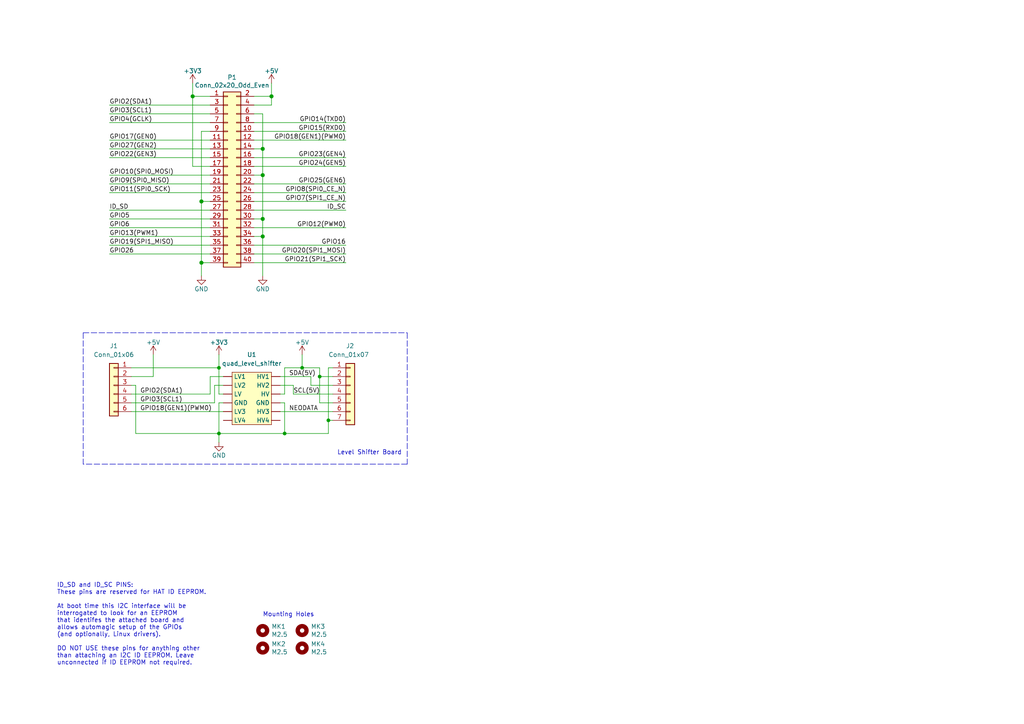
<source format=kicad_sch>
(kicad_sch (version 20211123) (generator eeschema)

  (uuid 9538e4ed-27e6-4c37-b989-9859dc0d49e8)

  (paper "A4")

  (title_block
    (date "15 nov 2012")
  )

  (lib_symbols
    (symbol "Connector_Generic:Conn_01x06" (pin_names (offset 1.016) hide) (in_bom yes) (on_board yes)
      (property "Reference" "J" (id 0) (at 0 7.62 0)
        (effects (font (size 1.27 1.27)))
      )
      (property "Value" "Conn_01x06" (id 1) (at 0 -10.16 0)
        (effects (font (size 1.27 1.27)))
      )
      (property "Footprint" "" (id 2) (at 0 0 0)
        (effects (font (size 1.27 1.27)) hide)
      )
      (property "Datasheet" "~" (id 3) (at 0 0 0)
        (effects (font (size 1.27 1.27)) hide)
      )
      (property "ki_keywords" "connector" (id 4) (at 0 0 0)
        (effects (font (size 1.27 1.27)) hide)
      )
      (property "ki_description" "Generic connector, single row, 01x06, script generated (kicad-library-utils/schlib/autogen/connector/)" (id 5) (at 0 0 0)
        (effects (font (size 1.27 1.27)) hide)
      )
      (property "ki_fp_filters" "Connector*:*_1x??_*" (id 6) (at 0 0 0)
        (effects (font (size 1.27 1.27)) hide)
      )
      (symbol "Conn_01x06_1_1"
        (rectangle (start -1.27 -7.493) (end 0 -7.747)
          (stroke (width 0.1524) (type default) (color 0 0 0 0))
          (fill (type none))
        )
        (rectangle (start -1.27 -4.953) (end 0 -5.207)
          (stroke (width 0.1524) (type default) (color 0 0 0 0))
          (fill (type none))
        )
        (rectangle (start -1.27 -2.413) (end 0 -2.667)
          (stroke (width 0.1524) (type default) (color 0 0 0 0))
          (fill (type none))
        )
        (rectangle (start -1.27 0.127) (end 0 -0.127)
          (stroke (width 0.1524) (type default) (color 0 0 0 0))
          (fill (type none))
        )
        (rectangle (start -1.27 2.667) (end 0 2.413)
          (stroke (width 0.1524) (type default) (color 0 0 0 0))
          (fill (type none))
        )
        (rectangle (start -1.27 5.207) (end 0 4.953)
          (stroke (width 0.1524) (type default) (color 0 0 0 0))
          (fill (type none))
        )
        (rectangle (start -1.27 6.35) (end 1.27 -8.89)
          (stroke (width 0.254) (type default) (color 0 0 0 0))
          (fill (type background))
        )
        (pin passive line (at -5.08 5.08 0) (length 3.81)
          (name "Pin_1" (effects (font (size 1.27 1.27))))
          (number "1" (effects (font (size 1.27 1.27))))
        )
        (pin passive line (at -5.08 2.54 0) (length 3.81)
          (name "Pin_2" (effects (font (size 1.27 1.27))))
          (number "2" (effects (font (size 1.27 1.27))))
        )
        (pin passive line (at -5.08 0 0) (length 3.81)
          (name "Pin_3" (effects (font (size 1.27 1.27))))
          (number "3" (effects (font (size 1.27 1.27))))
        )
        (pin passive line (at -5.08 -2.54 0) (length 3.81)
          (name "Pin_4" (effects (font (size 1.27 1.27))))
          (number "4" (effects (font (size 1.27 1.27))))
        )
        (pin passive line (at -5.08 -5.08 0) (length 3.81)
          (name "Pin_5" (effects (font (size 1.27 1.27))))
          (number "5" (effects (font (size 1.27 1.27))))
        )
        (pin passive line (at -5.08 -7.62 0) (length 3.81)
          (name "Pin_6" (effects (font (size 1.27 1.27))))
          (number "6" (effects (font (size 1.27 1.27))))
        )
      )
    )
    (symbol "Connector_Generic:Conn_01x07" (pin_names (offset 1.016) hide) (in_bom yes) (on_board yes)
      (property "Reference" "J" (id 0) (at 0 10.16 0)
        (effects (font (size 1.27 1.27)))
      )
      (property "Value" "Conn_01x07" (id 1) (at 0 -10.16 0)
        (effects (font (size 1.27 1.27)))
      )
      (property "Footprint" "" (id 2) (at 0 0 0)
        (effects (font (size 1.27 1.27)) hide)
      )
      (property "Datasheet" "~" (id 3) (at 0 0 0)
        (effects (font (size 1.27 1.27)) hide)
      )
      (property "ki_keywords" "connector" (id 4) (at 0 0 0)
        (effects (font (size 1.27 1.27)) hide)
      )
      (property "ki_description" "Generic connector, single row, 01x07, script generated (kicad-library-utils/schlib/autogen/connector/)" (id 5) (at 0 0 0)
        (effects (font (size 1.27 1.27)) hide)
      )
      (property "ki_fp_filters" "Connector*:*_1x??_*" (id 6) (at 0 0 0)
        (effects (font (size 1.27 1.27)) hide)
      )
      (symbol "Conn_01x07_1_1"
        (rectangle (start -1.27 -7.493) (end 0 -7.747)
          (stroke (width 0.1524) (type default) (color 0 0 0 0))
          (fill (type none))
        )
        (rectangle (start -1.27 -4.953) (end 0 -5.207)
          (stroke (width 0.1524) (type default) (color 0 0 0 0))
          (fill (type none))
        )
        (rectangle (start -1.27 -2.413) (end 0 -2.667)
          (stroke (width 0.1524) (type default) (color 0 0 0 0))
          (fill (type none))
        )
        (rectangle (start -1.27 0.127) (end 0 -0.127)
          (stroke (width 0.1524) (type default) (color 0 0 0 0))
          (fill (type none))
        )
        (rectangle (start -1.27 2.667) (end 0 2.413)
          (stroke (width 0.1524) (type default) (color 0 0 0 0))
          (fill (type none))
        )
        (rectangle (start -1.27 5.207) (end 0 4.953)
          (stroke (width 0.1524) (type default) (color 0 0 0 0))
          (fill (type none))
        )
        (rectangle (start -1.27 7.747) (end 0 7.493)
          (stroke (width 0.1524) (type default) (color 0 0 0 0))
          (fill (type none))
        )
        (rectangle (start -1.27 8.89) (end 1.27 -8.89)
          (stroke (width 0.254) (type default) (color 0 0 0 0))
          (fill (type background))
        )
        (pin passive line (at -5.08 7.62 0) (length 3.81)
          (name "Pin_1" (effects (font (size 1.27 1.27))))
          (number "1" (effects (font (size 1.27 1.27))))
        )
        (pin passive line (at -5.08 5.08 0) (length 3.81)
          (name "Pin_2" (effects (font (size 1.27 1.27))))
          (number "2" (effects (font (size 1.27 1.27))))
        )
        (pin passive line (at -5.08 2.54 0) (length 3.81)
          (name "Pin_3" (effects (font (size 1.27 1.27))))
          (number "3" (effects (font (size 1.27 1.27))))
        )
        (pin passive line (at -5.08 0 0) (length 3.81)
          (name "Pin_4" (effects (font (size 1.27 1.27))))
          (number "4" (effects (font (size 1.27 1.27))))
        )
        (pin passive line (at -5.08 -2.54 0) (length 3.81)
          (name "Pin_5" (effects (font (size 1.27 1.27))))
          (number "5" (effects (font (size 1.27 1.27))))
        )
        (pin passive line (at -5.08 -5.08 0) (length 3.81)
          (name "Pin_6" (effects (font (size 1.27 1.27))))
          (number "6" (effects (font (size 1.27 1.27))))
        )
        (pin passive line (at -5.08 -7.62 0) (length 3.81)
          (name "Pin_7" (effects (font (size 1.27 1.27))))
          (number "7" (effects (font (size 1.27 1.27))))
        )
      )
    )
    (symbol "Connector_Generic:Conn_02x20_Odd_Even" (pin_names (offset 1.016) hide) (in_bom yes) (on_board yes)
      (property "Reference" "J" (id 0) (at 1.27 25.4 0)
        (effects (font (size 1.27 1.27)))
      )
      (property "Value" "Conn_02x20_Odd_Even" (id 1) (at 1.27 -27.94 0)
        (effects (font (size 1.27 1.27)))
      )
      (property "Footprint" "" (id 2) (at 0 0 0)
        (effects (font (size 1.27 1.27)) hide)
      )
      (property "Datasheet" "~" (id 3) (at 0 0 0)
        (effects (font (size 1.27 1.27)) hide)
      )
      (property "ki_keywords" "connector" (id 4) (at 0 0 0)
        (effects (font (size 1.27 1.27)) hide)
      )
      (property "ki_description" "Generic connector, double row, 02x20, odd/even pin numbering scheme (row 1 odd numbers, row 2 even numbers), script generated (kicad-library-utils/schlib/autogen/connector/)" (id 5) (at 0 0 0)
        (effects (font (size 1.27 1.27)) hide)
      )
      (property "ki_fp_filters" "Connector*:*_2x??_*" (id 6) (at 0 0 0)
        (effects (font (size 1.27 1.27)) hide)
      )
      (symbol "Conn_02x20_Odd_Even_1_1"
        (rectangle (start -1.27 -25.273) (end 0 -25.527)
          (stroke (width 0.1524) (type default) (color 0 0 0 0))
          (fill (type none))
        )
        (rectangle (start -1.27 -22.733) (end 0 -22.987)
          (stroke (width 0.1524) (type default) (color 0 0 0 0))
          (fill (type none))
        )
        (rectangle (start -1.27 -20.193) (end 0 -20.447)
          (stroke (width 0.1524) (type default) (color 0 0 0 0))
          (fill (type none))
        )
        (rectangle (start -1.27 -17.653) (end 0 -17.907)
          (stroke (width 0.1524) (type default) (color 0 0 0 0))
          (fill (type none))
        )
        (rectangle (start -1.27 -15.113) (end 0 -15.367)
          (stroke (width 0.1524) (type default) (color 0 0 0 0))
          (fill (type none))
        )
        (rectangle (start -1.27 -12.573) (end 0 -12.827)
          (stroke (width 0.1524) (type default) (color 0 0 0 0))
          (fill (type none))
        )
        (rectangle (start -1.27 -10.033) (end 0 -10.287)
          (stroke (width 0.1524) (type default) (color 0 0 0 0))
          (fill (type none))
        )
        (rectangle (start -1.27 -7.493) (end 0 -7.747)
          (stroke (width 0.1524) (type default) (color 0 0 0 0))
          (fill (type none))
        )
        (rectangle (start -1.27 -4.953) (end 0 -5.207)
          (stroke (width 0.1524) (type default) (color 0 0 0 0))
          (fill (type none))
        )
        (rectangle (start -1.27 -2.413) (end 0 -2.667)
          (stroke (width 0.1524) (type default) (color 0 0 0 0))
          (fill (type none))
        )
        (rectangle (start -1.27 0.127) (end 0 -0.127)
          (stroke (width 0.1524) (type default) (color 0 0 0 0))
          (fill (type none))
        )
        (rectangle (start -1.27 2.667) (end 0 2.413)
          (stroke (width 0.1524) (type default) (color 0 0 0 0))
          (fill (type none))
        )
        (rectangle (start -1.27 5.207) (end 0 4.953)
          (stroke (width 0.1524) (type default) (color 0 0 0 0))
          (fill (type none))
        )
        (rectangle (start -1.27 7.747) (end 0 7.493)
          (stroke (width 0.1524) (type default) (color 0 0 0 0))
          (fill (type none))
        )
        (rectangle (start -1.27 10.287) (end 0 10.033)
          (stroke (width 0.1524) (type default) (color 0 0 0 0))
          (fill (type none))
        )
        (rectangle (start -1.27 12.827) (end 0 12.573)
          (stroke (width 0.1524) (type default) (color 0 0 0 0))
          (fill (type none))
        )
        (rectangle (start -1.27 15.367) (end 0 15.113)
          (stroke (width 0.1524) (type default) (color 0 0 0 0))
          (fill (type none))
        )
        (rectangle (start -1.27 17.907) (end 0 17.653)
          (stroke (width 0.1524) (type default) (color 0 0 0 0))
          (fill (type none))
        )
        (rectangle (start -1.27 20.447) (end 0 20.193)
          (stroke (width 0.1524) (type default) (color 0 0 0 0))
          (fill (type none))
        )
        (rectangle (start -1.27 22.987) (end 0 22.733)
          (stroke (width 0.1524) (type default) (color 0 0 0 0))
          (fill (type none))
        )
        (rectangle (start -1.27 24.13) (end 3.81 -26.67)
          (stroke (width 0.254) (type default) (color 0 0 0 0))
          (fill (type background))
        )
        (rectangle (start 3.81 -25.273) (end 2.54 -25.527)
          (stroke (width 0.1524) (type default) (color 0 0 0 0))
          (fill (type none))
        )
        (rectangle (start 3.81 -22.733) (end 2.54 -22.987)
          (stroke (width 0.1524) (type default) (color 0 0 0 0))
          (fill (type none))
        )
        (rectangle (start 3.81 -20.193) (end 2.54 -20.447)
          (stroke (width 0.1524) (type default) (color 0 0 0 0))
          (fill (type none))
        )
        (rectangle (start 3.81 -17.653) (end 2.54 -17.907)
          (stroke (width 0.1524) (type default) (color 0 0 0 0))
          (fill (type none))
        )
        (rectangle (start 3.81 -15.113) (end 2.54 -15.367)
          (stroke (width 0.1524) (type default) (color 0 0 0 0))
          (fill (type none))
        )
        (rectangle (start 3.81 -12.573) (end 2.54 -12.827)
          (stroke (width 0.1524) (type default) (color 0 0 0 0))
          (fill (type none))
        )
        (rectangle (start 3.81 -10.033) (end 2.54 -10.287)
          (stroke (width 0.1524) (type default) (color 0 0 0 0))
          (fill (type none))
        )
        (rectangle (start 3.81 -7.493) (end 2.54 -7.747)
          (stroke (width 0.1524) (type default) (color 0 0 0 0))
          (fill (type none))
        )
        (rectangle (start 3.81 -4.953) (end 2.54 -5.207)
          (stroke (width 0.1524) (type default) (color 0 0 0 0))
          (fill (type none))
        )
        (rectangle (start 3.81 -2.413) (end 2.54 -2.667)
          (stroke (width 0.1524) (type default) (color 0 0 0 0))
          (fill (type none))
        )
        (rectangle (start 3.81 0.127) (end 2.54 -0.127)
          (stroke (width 0.1524) (type default) (color 0 0 0 0))
          (fill (type none))
        )
        (rectangle (start 3.81 2.667) (end 2.54 2.413)
          (stroke (width 0.1524) (type default) (color 0 0 0 0))
          (fill (type none))
        )
        (rectangle (start 3.81 5.207) (end 2.54 4.953)
          (stroke (width 0.1524) (type default) (color 0 0 0 0))
          (fill (type none))
        )
        (rectangle (start 3.81 7.747) (end 2.54 7.493)
          (stroke (width 0.1524) (type default) (color 0 0 0 0))
          (fill (type none))
        )
        (rectangle (start 3.81 10.287) (end 2.54 10.033)
          (stroke (width 0.1524) (type default) (color 0 0 0 0))
          (fill (type none))
        )
        (rectangle (start 3.81 12.827) (end 2.54 12.573)
          (stroke (width 0.1524) (type default) (color 0 0 0 0))
          (fill (type none))
        )
        (rectangle (start 3.81 15.367) (end 2.54 15.113)
          (stroke (width 0.1524) (type default) (color 0 0 0 0))
          (fill (type none))
        )
        (rectangle (start 3.81 17.907) (end 2.54 17.653)
          (stroke (width 0.1524) (type default) (color 0 0 0 0))
          (fill (type none))
        )
        (rectangle (start 3.81 20.447) (end 2.54 20.193)
          (stroke (width 0.1524) (type default) (color 0 0 0 0))
          (fill (type none))
        )
        (rectangle (start 3.81 22.987) (end 2.54 22.733)
          (stroke (width 0.1524) (type default) (color 0 0 0 0))
          (fill (type none))
        )
        (pin passive line (at -5.08 22.86 0) (length 3.81)
          (name "Pin_1" (effects (font (size 1.27 1.27))))
          (number "1" (effects (font (size 1.27 1.27))))
        )
        (pin passive line (at 7.62 12.7 180) (length 3.81)
          (name "Pin_10" (effects (font (size 1.27 1.27))))
          (number "10" (effects (font (size 1.27 1.27))))
        )
        (pin passive line (at -5.08 10.16 0) (length 3.81)
          (name "Pin_11" (effects (font (size 1.27 1.27))))
          (number "11" (effects (font (size 1.27 1.27))))
        )
        (pin passive line (at 7.62 10.16 180) (length 3.81)
          (name "Pin_12" (effects (font (size 1.27 1.27))))
          (number "12" (effects (font (size 1.27 1.27))))
        )
        (pin passive line (at -5.08 7.62 0) (length 3.81)
          (name "Pin_13" (effects (font (size 1.27 1.27))))
          (number "13" (effects (font (size 1.27 1.27))))
        )
        (pin passive line (at 7.62 7.62 180) (length 3.81)
          (name "Pin_14" (effects (font (size 1.27 1.27))))
          (number "14" (effects (font (size 1.27 1.27))))
        )
        (pin passive line (at -5.08 5.08 0) (length 3.81)
          (name "Pin_15" (effects (font (size 1.27 1.27))))
          (number "15" (effects (font (size 1.27 1.27))))
        )
        (pin passive line (at 7.62 5.08 180) (length 3.81)
          (name "Pin_16" (effects (font (size 1.27 1.27))))
          (number "16" (effects (font (size 1.27 1.27))))
        )
        (pin passive line (at -5.08 2.54 0) (length 3.81)
          (name "Pin_17" (effects (font (size 1.27 1.27))))
          (number "17" (effects (font (size 1.27 1.27))))
        )
        (pin passive line (at 7.62 2.54 180) (length 3.81)
          (name "Pin_18" (effects (font (size 1.27 1.27))))
          (number "18" (effects (font (size 1.27 1.27))))
        )
        (pin passive line (at -5.08 0 0) (length 3.81)
          (name "Pin_19" (effects (font (size 1.27 1.27))))
          (number "19" (effects (font (size 1.27 1.27))))
        )
        (pin passive line (at 7.62 22.86 180) (length 3.81)
          (name "Pin_2" (effects (font (size 1.27 1.27))))
          (number "2" (effects (font (size 1.27 1.27))))
        )
        (pin passive line (at 7.62 0 180) (length 3.81)
          (name "Pin_20" (effects (font (size 1.27 1.27))))
          (number "20" (effects (font (size 1.27 1.27))))
        )
        (pin passive line (at -5.08 -2.54 0) (length 3.81)
          (name "Pin_21" (effects (font (size 1.27 1.27))))
          (number "21" (effects (font (size 1.27 1.27))))
        )
        (pin passive line (at 7.62 -2.54 180) (length 3.81)
          (name "Pin_22" (effects (font (size 1.27 1.27))))
          (number "22" (effects (font (size 1.27 1.27))))
        )
        (pin passive line (at -5.08 -5.08 0) (length 3.81)
          (name "Pin_23" (effects (font (size 1.27 1.27))))
          (number "23" (effects (font (size 1.27 1.27))))
        )
        (pin passive line (at 7.62 -5.08 180) (length 3.81)
          (name "Pin_24" (effects (font (size 1.27 1.27))))
          (number "24" (effects (font (size 1.27 1.27))))
        )
        (pin passive line (at -5.08 -7.62 0) (length 3.81)
          (name "Pin_25" (effects (font (size 1.27 1.27))))
          (number "25" (effects (font (size 1.27 1.27))))
        )
        (pin passive line (at 7.62 -7.62 180) (length 3.81)
          (name "Pin_26" (effects (font (size 1.27 1.27))))
          (number "26" (effects (font (size 1.27 1.27))))
        )
        (pin passive line (at -5.08 -10.16 0) (length 3.81)
          (name "Pin_27" (effects (font (size 1.27 1.27))))
          (number "27" (effects (font (size 1.27 1.27))))
        )
        (pin passive line (at 7.62 -10.16 180) (length 3.81)
          (name "Pin_28" (effects (font (size 1.27 1.27))))
          (number "28" (effects (font (size 1.27 1.27))))
        )
        (pin passive line (at -5.08 -12.7 0) (length 3.81)
          (name "Pin_29" (effects (font (size 1.27 1.27))))
          (number "29" (effects (font (size 1.27 1.27))))
        )
        (pin passive line (at -5.08 20.32 0) (length 3.81)
          (name "Pin_3" (effects (font (size 1.27 1.27))))
          (number "3" (effects (font (size 1.27 1.27))))
        )
        (pin passive line (at 7.62 -12.7 180) (length 3.81)
          (name "Pin_30" (effects (font (size 1.27 1.27))))
          (number "30" (effects (font (size 1.27 1.27))))
        )
        (pin passive line (at -5.08 -15.24 0) (length 3.81)
          (name "Pin_31" (effects (font (size 1.27 1.27))))
          (number "31" (effects (font (size 1.27 1.27))))
        )
        (pin passive line (at 7.62 -15.24 180) (length 3.81)
          (name "Pin_32" (effects (font (size 1.27 1.27))))
          (number "32" (effects (font (size 1.27 1.27))))
        )
        (pin passive line (at -5.08 -17.78 0) (length 3.81)
          (name "Pin_33" (effects (font (size 1.27 1.27))))
          (number "33" (effects (font (size 1.27 1.27))))
        )
        (pin passive line (at 7.62 -17.78 180) (length 3.81)
          (name "Pin_34" (effects (font (size 1.27 1.27))))
          (number "34" (effects (font (size 1.27 1.27))))
        )
        (pin passive line (at -5.08 -20.32 0) (length 3.81)
          (name "Pin_35" (effects (font (size 1.27 1.27))))
          (number "35" (effects (font (size 1.27 1.27))))
        )
        (pin passive line (at 7.62 -20.32 180) (length 3.81)
          (name "Pin_36" (effects (font (size 1.27 1.27))))
          (number "36" (effects (font (size 1.27 1.27))))
        )
        (pin passive line (at -5.08 -22.86 0) (length 3.81)
          (name "Pin_37" (effects (font (size 1.27 1.27))))
          (number "37" (effects (font (size 1.27 1.27))))
        )
        (pin passive line (at 7.62 -22.86 180) (length 3.81)
          (name "Pin_38" (effects (font (size 1.27 1.27))))
          (number "38" (effects (font (size 1.27 1.27))))
        )
        (pin passive line (at -5.08 -25.4 0) (length 3.81)
          (name "Pin_39" (effects (font (size 1.27 1.27))))
          (number "39" (effects (font (size 1.27 1.27))))
        )
        (pin passive line (at 7.62 20.32 180) (length 3.81)
          (name "Pin_4" (effects (font (size 1.27 1.27))))
          (number "4" (effects (font (size 1.27 1.27))))
        )
        (pin passive line (at 7.62 -25.4 180) (length 3.81)
          (name "Pin_40" (effects (font (size 1.27 1.27))))
          (number "40" (effects (font (size 1.27 1.27))))
        )
        (pin passive line (at -5.08 17.78 0) (length 3.81)
          (name "Pin_5" (effects (font (size 1.27 1.27))))
          (number "5" (effects (font (size 1.27 1.27))))
        )
        (pin passive line (at 7.62 17.78 180) (length 3.81)
          (name "Pin_6" (effects (font (size 1.27 1.27))))
          (number "6" (effects (font (size 1.27 1.27))))
        )
        (pin passive line (at -5.08 15.24 0) (length 3.81)
          (name "Pin_7" (effects (font (size 1.27 1.27))))
          (number "7" (effects (font (size 1.27 1.27))))
        )
        (pin passive line (at 7.62 15.24 180) (length 3.81)
          (name "Pin_8" (effects (font (size 1.27 1.27))))
          (number "8" (effects (font (size 1.27 1.27))))
        )
        (pin passive line (at -5.08 12.7 0) (length 3.81)
          (name "Pin_9" (effects (font (size 1.27 1.27))))
          (number "9" (effects (font (size 1.27 1.27))))
        )
      )
    )
    (symbol "Mechanical:MountingHole" (pin_names (offset 1.016)) (in_bom yes) (on_board yes)
      (property "Reference" "H" (id 0) (at 0 5.08 0)
        (effects (font (size 1.27 1.27)))
      )
      (property "Value" "MountingHole" (id 1) (at 0 3.175 0)
        (effects (font (size 1.27 1.27)))
      )
      (property "Footprint" "" (id 2) (at 0 0 0)
        (effects (font (size 1.27 1.27)) hide)
      )
      (property "Datasheet" "~" (id 3) (at 0 0 0)
        (effects (font (size 1.27 1.27)) hide)
      )
      (property "ki_keywords" "mounting hole" (id 4) (at 0 0 0)
        (effects (font (size 1.27 1.27)) hide)
      )
      (property "ki_description" "Mounting Hole without connection" (id 5) (at 0 0 0)
        (effects (font (size 1.27 1.27)) hide)
      )
      (property "ki_fp_filters" "MountingHole*" (id 6) (at 0 0 0)
        (effects (font (size 1.27 1.27)) hide)
      )
      (symbol "MountingHole_0_1"
        (circle (center 0 0) (radius 1.27)
          (stroke (width 1.27) (type default) (color 0 0 0 0))
          (fill (type none))
        )
      )
    )
    (symbol "custom_components:quad_level_shifter" (in_bom yes) (on_board yes)
      (property "Reference" "U" (id 0) (at 5.08 -1.27 0)
        (effects (font (size 1.27 1.27)))
      )
      (property "Value" "quad_level_shifter" (id 1) (at 6.35 16.51 0)
        (effects (font (size 1.27 1.27)))
      )
      (property "Footprint" "" (id 2) (at 2.54 16.51 0)
        (effects (font (size 1.27 1.27)) hide)
      )
      (property "Datasheet" "" (id 3) (at 2.54 16.51 0)
        (effects (font (size 1.27 1.27)) hide)
      )
      (symbol "quad_level_shifter_0_1"
        (rectangle (start 0 15.24) (end 11.43 0)
          (stroke (width 0) (type default) (color 0 0 0 0))
          (fill (type background))
        )
      )
      (symbol "quad_level_shifter_1_1"
        (pin power_in line (at -2.54 6.35 0) (length 2.54)
          (name "GND" (effects (font (size 1.27 1.27))))
          (number "" (effects (font (size 1.27 1.27))))
        )
        (pin power_in line (at 13.97 6.35 180) (length 2.54)
          (name "GND" (effects (font (size 1.27 1.27))))
          (number "" (effects (font (size 1.27 1.27))))
        )
        (pin power_in line (at 13.97 8.89 180) (length 2.54)
          (name "HV" (effects (font (size 1.27 1.27))))
          (number "" (effects (font (size 1.27 1.27))))
        )
        (pin bidirectional line (at 13.97 13.97 180) (length 2.54)
          (name "HV1" (effects (font (size 1.27 1.27))))
          (number "" (effects (font (size 1.27 1.27))))
        )
        (pin bidirectional line (at 13.97 11.43 180) (length 2.54)
          (name "HV2" (effects (font (size 1.27 1.27))))
          (number "" (effects (font (size 1.27 1.27))))
        )
        (pin bidirectional line (at 13.97 3.81 180) (length 2.54)
          (name "HV3" (effects (font (size 1.27 1.27))))
          (number "" (effects (font (size 1.27 1.27))))
        )
        (pin bidirectional line (at 13.97 1.27 180) (length 2.54)
          (name "HV4" (effects (font (size 1.27 1.27))))
          (number "" (effects (font (size 1.27 1.27))))
        )
        (pin power_in line (at -2.54 8.89 0) (length 2.54)
          (name "LV" (effects (font (size 1.27 1.27))))
          (number "" (effects (font (size 1.27 1.27))))
        )
        (pin bidirectional line (at -2.54 13.97 0) (length 2.54)
          (name "LV1" (effects (font (size 1.27 1.27))))
          (number "" (effects (font (size 1.27 1.27))))
        )
        (pin bidirectional line (at -2.54 11.43 0) (length 2.54)
          (name "LV2" (effects (font (size 1.27 1.27))))
          (number "" (effects (font (size 1.27 1.27))))
        )
        (pin bidirectional line (at -2.54 3.81 0) (length 2.54)
          (name "LV3" (effects (font (size 1.27 1.27))))
          (number "" (effects (font (size 1.27 1.27))))
        )
        (pin bidirectional line (at -2.54 1.27 0) (length 2.54)
          (name "LV4" (effects (font (size 1.27 1.27))))
          (number "" (effects (font (size 1.27 1.27))))
        )
      )
    )
    (symbol "power:+3.3V" (power) (pin_names (offset 0)) (in_bom yes) (on_board yes)
      (property "Reference" "#PWR" (id 0) (at 0 -3.81 0)
        (effects (font (size 1.27 1.27)) hide)
      )
      (property "Value" "+3.3V" (id 1) (at 0 3.556 0)
        (effects (font (size 1.27 1.27)))
      )
      (property "Footprint" "" (id 2) (at 0 0 0)
        (effects (font (size 1.27 1.27)) hide)
      )
      (property "Datasheet" "" (id 3) (at 0 0 0)
        (effects (font (size 1.27 1.27)) hide)
      )
      (property "ki_keywords" "power-flag" (id 4) (at 0 0 0)
        (effects (font (size 1.27 1.27)) hide)
      )
      (property "ki_description" "Power symbol creates a global label with name \"+3.3V\"" (id 5) (at 0 0 0)
        (effects (font (size 1.27 1.27)) hide)
      )
      (symbol "+3.3V_0_1"
        (polyline
          (pts
            (xy -0.762 1.27)
            (xy 0 2.54)
          )
          (stroke (width 0) (type default) (color 0 0 0 0))
          (fill (type none))
        )
        (polyline
          (pts
            (xy 0 0)
            (xy 0 2.54)
          )
          (stroke (width 0) (type default) (color 0 0 0 0))
          (fill (type none))
        )
        (polyline
          (pts
            (xy 0 2.54)
            (xy 0.762 1.27)
          )
          (stroke (width 0) (type default) (color 0 0 0 0))
          (fill (type none))
        )
      )
      (symbol "+3.3V_1_1"
        (pin power_in line (at 0 0 90) (length 0) hide
          (name "+3V3" (effects (font (size 1.27 1.27))))
          (number "1" (effects (font (size 1.27 1.27))))
        )
      )
    )
    (symbol "power:+5V" (power) (pin_names (offset 0)) (in_bom yes) (on_board yes)
      (property "Reference" "#PWR" (id 0) (at 0 -3.81 0)
        (effects (font (size 1.27 1.27)) hide)
      )
      (property "Value" "+5V" (id 1) (at 0 3.556 0)
        (effects (font (size 1.27 1.27)))
      )
      (property "Footprint" "" (id 2) (at 0 0 0)
        (effects (font (size 1.27 1.27)) hide)
      )
      (property "Datasheet" "" (id 3) (at 0 0 0)
        (effects (font (size 1.27 1.27)) hide)
      )
      (property "ki_keywords" "power-flag" (id 4) (at 0 0 0)
        (effects (font (size 1.27 1.27)) hide)
      )
      (property "ki_description" "Power symbol creates a global label with name \"+5V\"" (id 5) (at 0 0 0)
        (effects (font (size 1.27 1.27)) hide)
      )
      (symbol "+5V_0_1"
        (polyline
          (pts
            (xy -0.762 1.27)
            (xy 0 2.54)
          )
          (stroke (width 0) (type default) (color 0 0 0 0))
          (fill (type none))
        )
        (polyline
          (pts
            (xy 0 0)
            (xy 0 2.54)
          )
          (stroke (width 0) (type default) (color 0 0 0 0))
          (fill (type none))
        )
        (polyline
          (pts
            (xy 0 2.54)
            (xy 0.762 1.27)
          )
          (stroke (width 0) (type default) (color 0 0 0 0))
          (fill (type none))
        )
      )
      (symbol "+5V_1_1"
        (pin power_in line (at 0 0 90) (length 0) hide
          (name "+5V" (effects (font (size 1.27 1.27))))
          (number "1" (effects (font (size 1.27 1.27))))
        )
      )
    )
    (symbol "power:GND" (power) (pin_names (offset 0)) (in_bom yes) (on_board yes)
      (property "Reference" "#PWR" (id 0) (at 0 -6.35 0)
        (effects (font (size 1.27 1.27)) hide)
      )
      (property "Value" "GND" (id 1) (at 0 -3.81 0)
        (effects (font (size 1.27 1.27)))
      )
      (property "Footprint" "" (id 2) (at 0 0 0)
        (effects (font (size 1.27 1.27)) hide)
      )
      (property "Datasheet" "" (id 3) (at 0 0 0)
        (effects (font (size 1.27 1.27)) hide)
      )
      (property "ki_keywords" "power-flag" (id 4) (at 0 0 0)
        (effects (font (size 1.27 1.27)) hide)
      )
      (property "ki_description" "Power symbol creates a global label with name \"GND\" , ground" (id 5) (at 0 0 0)
        (effects (font (size 1.27 1.27)) hide)
      )
      (symbol "GND_0_1"
        (polyline
          (pts
            (xy 0 0)
            (xy 0 -1.27)
            (xy 1.27 -1.27)
            (xy 0 -2.54)
            (xy -1.27 -1.27)
            (xy 0 -1.27)
          )
          (stroke (width 0) (type default) (color 0 0 0 0))
          (fill (type none))
        )
      )
      (symbol "GND_1_1"
        (pin power_in line (at 0 0 270) (length 0) hide
          (name "GND" (effects (font (size 1.27 1.27))))
          (number "1" (effects (font (size 1.27 1.27))))
        )
      )
    )
  )

  (junction (at 82.55 125.73) (diameter 0) (color 0 0 0 0)
    (uuid 0a7d1e19-404e-45ff-b239-025b3086c6ed)
  )
  (junction (at 76.2 50.8) (diameter 1.016) (color 0 0 0 0)
    (uuid 13abf99d-5265-4779-8973-e94370fd18ff)
  )
  (junction (at 58.42 76.2) (diameter 1.016) (color 0 0 0 0)
    (uuid 32667662-ae86-4904-b198-3e95f11851bf)
  )
  (junction (at 55.88 27.94) (diameter 1.016) (color 0 0 0 0)
    (uuid 3dcc657b-55a1-48e0-9667-e01e7b6b08b5)
  )
  (junction (at 78.74 27.94) (diameter 1.016) (color 0 0 0 0)
    (uuid 46918595-4a45-48e8-84c0-961b4db7f35f)
  )
  (junction (at 58.42 58.42) (diameter 1.016) (color 0 0 0 0)
    (uuid 67f6e996-3c99-493c-8f6f-e739e2ed5d7a)
  )
  (junction (at 87.63 106.68) (diameter 0) (color 0 0 0 0)
    (uuid 6f8fa528-3024-468f-aa76-f56ae7825476)
  )
  (junction (at 95.25 121.92) (diameter 0) (color 0 0 0 0)
    (uuid 82b086ac-f898-4a1e-94e8-84b1c108a0f5)
  )
  (junction (at 63.5 106.68) (diameter 0) (color 0 0 0 0)
    (uuid 93f0180c-5571-48d1-bfeb-602e5c4078dd)
  )
  (junction (at 92.71 109.22) (diameter 0) (color 0 0 0 0)
    (uuid 9f01fc62-5929-480d-affc-4726ba245864)
  )
  (junction (at 76.2 43.18) (diameter 1.016) (color 0 0 0 0)
    (uuid a05d7640-f2f6-4ba7-8c51-5a4af431fc13)
  )
  (junction (at 76.2 63.5) (diameter 1.016) (color 0 0 0 0)
    (uuid a7520ad3-0f8b-4788-92d4-8ffb277041e6)
  )
  (junction (at 76.2 68.58) (diameter 1.016) (color 0 0 0 0)
    (uuid a795f1ba-cdd5-4cc5-9a52-08586e982934)
  )
  (junction (at 63.5 125.73) (diameter 0) (color 0 0 0 0)
    (uuid bd327386-892e-435a-95cf-038950ce77d2)
  )

  (wire (pts (xy 92.71 109.22) (xy 92.71 116.84))
    (stroke (width 0) (type default) (color 0 0 0 0))
    (uuid 01eb51b8-18dc-4532-ad60-8783aa9476b2)
  )
  (wire (pts (xy 60.96 114.3) (xy 60.96 109.22))
    (stroke (width 0) (type default) (color 0 0 0 0))
    (uuid 094d1042-d8bc-47ce-a5f6-38be9dd68a86)
  )
  (wire (pts (xy 92.71 109.22) (xy 92.71 106.68))
    (stroke (width 0) (type default) (color 0 0 0 0))
    (uuid 09d7acd4-d7a7-48ee-8827-ba4794e83c5e)
  )
  (wire (pts (xy 55.88 27.94) (xy 60.96 27.94))
    (stroke (width 0) (type solid) (color 0 0 0 0))
    (uuid 0cc9255d-c831-4d62-ac1a-4fa9fe449d56)
  )
  (wire (pts (xy 73.66 71.12) (xy 100.33 71.12))
    (stroke (width 0) (type solid) (color 0 0 0 0))
    (uuid 11a31309-9db5-4a72-b1fa-4a6460640dd2)
  )
  (wire (pts (xy 82.55 116.84) (xy 82.55 125.73))
    (stroke (width 0) (type default) (color 0 0 0 0))
    (uuid 1352ccdb-a311-4ecf-b61f-892130894e91)
  )
  (wire (pts (xy 78.74 27.94) (xy 78.74 30.48))
    (stroke (width 0) (type solid) (color 0 0 0 0))
    (uuid 139706b3-6b1b-481c-9e5b-0a36eebd4638)
  )
  (wire (pts (xy 90.17 109.22) (xy 90.17 111.76))
    (stroke (width 0) (type default) (color 0 0 0 0))
    (uuid 157f6d21-6c4c-420d-843b-70b793547a31)
  )
  (wire (pts (xy 81.28 116.84) (xy 82.55 116.84))
    (stroke (width 0) (type default) (color 0 0 0 0))
    (uuid 22e7bee0-955f-4d96-9f51-bdb661abbf3b)
  )
  (wire (pts (xy 76.2 43.18) (xy 76.2 50.8))
    (stroke (width 0) (type solid) (color 0 0 0 0))
    (uuid 23341db3-04b3-4f95-961c-afb905f7fdf5)
  )
  (wire (pts (xy 73.66 35.56) (xy 100.33 35.56))
    (stroke (width 0) (type solid) (color 0 0 0 0))
    (uuid 26cf68b6-1950-4dac-8733-1125b73cc3a0)
  )
  (wire (pts (xy 62.23 111.76) (xy 64.77 111.76))
    (stroke (width 0) (type default) (color 0 0 0 0))
    (uuid 290f700f-654f-43ff-b143-e4b891bb7670)
  )
  (wire (pts (xy 90.17 111.76) (xy 96.52 111.76))
    (stroke (width 0) (type default) (color 0 0 0 0))
    (uuid 2a1db25f-5fca-442f-bfa6-8adbf53b736d)
  )
  (wire (pts (xy 63.5 106.68) (xy 63.5 114.3))
    (stroke (width 0) (type default) (color 0 0 0 0))
    (uuid 2c5c9f32-3cb1-4dd4-87e6-79cb7efc126b)
  )
  (wire (pts (xy 81.28 109.22) (xy 90.17 109.22))
    (stroke (width 0) (type default) (color 0 0 0 0))
    (uuid 347ae521-ed5b-4ac6-919e-827083f07282)
  )
  (wire (pts (xy 63.5 116.84) (xy 63.5 125.73))
    (stroke (width 0) (type default) (color 0 0 0 0))
    (uuid 35e4d54b-3988-4b44-a8ba-6721be31e01c)
  )
  (wire (pts (xy 63.5 125.73) (xy 82.55 125.73))
    (stroke (width 0) (type default) (color 0 0 0 0))
    (uuid 36cb5f84-b6c7-4012-9c4e-0ec908095091)
  )
  (wire (pts (xy 38.1 114.3) (xy 60.96 114.3))
    (stroke (width 0) (type default) (color 0 0 0 0))
    (uuid 3aaea0f0-e693-452b-9bb4-f0eb3e1da134)
  )
  (wire (pts (xy 76.2 33.02) (xy 73.66 33.02))
    (stroke (width 0) (type solid) (color 0 0 0 0))
    (uuid 3ca1dc48-be67-4af7-b0bc-e9e14080a414)
  )
  (wire (pts (xy 73.66 66.04) (xy 100.33 66.04))
    (stroke (width 0) (type solid) (color 0 0 0 0))
    (uuid 3d4e2a81-b092-4384-8945-4f0261b12e7f)
  )
  (wire (pts (xy 31.75 53.34) (xy 60.96 53.34))
    (stroke (width 0) (type solid) (color 0 0 0 0))
    (uuid 3e55eb01-6998-4a7a-bca7-39ec6597e940)
  )
  (wire (pts (xy 60.96 60.96) (xy 31.75 60.96))
    (stroke (width 0) (type solid) (color 0 0 0 0))
    (uuid 45b7fbcb-9100-4d22-9148-fd1a4d18638c)
  )
  (wire (pts (xy 85.09 114.3) (xy 96.52 114.3))
    (stroke (width 0) (type default) (color 0 0 0 0))
    (uuid 4844cf56-b522-47f8-ac43-aa2fb5cfd300)
  )
  (wire (pts (xy 76.2 43.18) (xy 73.66 43.18))
    (stroke (width 0) (type solid) (color 0 0 0 0))
    (uuid 4894ab9f-9341-4e79-8cf5-dc44275ebfbe)
  )
  (wire (pts (xy 55.88 27.94) (xy 55.88 48.26))
    (stroke (width 0) (type solid) (color 0 0 0 0))
    (uuid 4d3b2039-0b3c-4d90-aea3-8898ccb88614)
  )
  (wire (pts (xy 31.75 63.5) (xy 60.96 63.5))
    (stroke (width 0) (type solid) (color 0 0 0 0))
    (uuid 4e3caed2-e2c1-4f46-80d2-d6d8ef6db168)
  )
  (wire (pts (xy 81.28 119.38) (xy 96.52 119.38))
    (stroke (width 0) (type default) (color 0 0 0 0))
    (uuid 513ab091-f15f-485c-8b7b-bd58f3597ef3)
  )
  (wire (pts (xy 82.55 106.68) (xy 87.63 106.68))
    (stroke (width 0) (type default) (color 0 0 0 0))
    (uuid 52f8512f-0c4d-43d8-94c3-03c90a7a862d)
  )
  (wire (pts (xy 58.42 38.1) (xy 60.96 38.1))
    (stroke (width 0) (type solid) (color 0 0 0 0))
    (uuid 551d4491-6363-4979-b643-161d25dd9fc6)
  )
  (wire (pts (xy 87.63 106.68) (xy 92.71 106.68))
    (stroke (width 0) (type default) (color 0 0 0 0))
    (uuid 57463416-4988-401c-ab81-b4c21202f384)
  )
  (wire (pts (xy 76.2 50.8) (xy 73.66 50.8))
    (stroke (width 0) (type solid) (color 0 0 0 0))
    (uuid 5761e7d8-958d-4706-839c-7d949202759a)
  )
  (wire (pts (xy 60.96 30.48) (xy 31.75 30.48))
    (stroke (width 0) (type solid) (color 0 0 0 0))
    (uuid 5a937e36-21ab-4a20-becf-4c1db11decf0)
  )
  (wire (pts (xy 73.66 76.2) (xy 100.33 76.2))
    (stroke (width 0) (type solid) (color 0 0 0 0))
    (uuid 5b5ced6b-4a3b-458f-a3f8-7e68b9f3230c)
  )
  (wire (pts (xy 95.25 121.92) (xy 95.25 125.73))
    (stroke (width 0) (type default) (color 0 0 0 0))
    (uuid 5bb011ed-07cd-467a-8845-0257d2b39a77)
  )
  (wire (pts (xy 95.25 106.68) (xy 96.52 106.68))
    (stroke (width 0) (type default) (color 0 0 0 0))
    (uuid 61b46130-1d66-4fe0-a98a-c8040a86e06f)
  )
  (wire (pts (xy 31.75 71.12) (xy 60.96 71.12))
    (stroke (width 0) (type solid) (color 0 0 0 0))
    (uuid 62966e6e-cc26-42e5-9093-3c28f56287fb)
  )
  (wire (pts (xy 31.75 45.72) (xy 60.96 45.72))
    (stroke (width 0) (type solid) (color 0 0 0 0))
    (uuid 649b85bd-461d-4d20-914c-9863fd6351ea)
  )
  (wire (pts (xy 96.52 109.22) (xy 92.71 109.22))
    (stroke (width 0) (type default) (color 0 0 0 0))
    (uuid 69744940-285f-478f-90d0-de584fef7d27)
  )
  (polyline (pts (xy 118.11 96.52) (xy 118.11 134.62))
    (stroke (width 0) (type default) (color 0 0 0 0))
    (uuid 6bf56b44-e70f-4e7f-8b04-e0f16b140452)
  )

  (wire (pts (xy 73.66 58.42) (xy 100.33 58.42))
    (stroke (width 0) (type solid) (color 0 0 0 0))
    (uuid 6c863720-71ff-4373-a561-bc5c50936322)
  )
  (wire (pts (xy 31.75 73.66) (xy 60.96 73.66))
    (stroke (width 0) (type solid) (color 0 0 0 0))
    (uuid 6cab10ea-78e3-4cb0-be9a-a03513db9c7c)
  )
  (wire (pts (xy 82.55 114.3) (xy 82.55 106.68))
    (stroke (width 0) (type default) (color 0 0 0 0))
    (uuid 6d2896a4-2905-466a-a60b-73d836477a57)
  )
  (wire (pts (xy 39.37 125.73) (xy 63.5 125.73))
    (stroke (width 0) (type default) (color 0 0 0 0))
    (uuid 6dc3f987-4143-4ee6-ba8d-22422b2145b1)
  )
  (wire (pts (xy 44.45 109.22) (xy 44.45 102.87))
    (stroke (width 0) (type default) (color 0 0 0 0))
    (uuid 6e448af3-38ea-4fe3-bbed-bb9550016b80)
  )
  (wire (pts (xy 38.1 109.22) (xy 44.45 109.22))
    (stroke (width 0) (type default) (color 0 0 0 0))
    (uuid 70144078-0080-4459-845c-455e92cc46a4)
  )
  (wire (pts (xy 73.66 48.26) (xy 100.33 48.26))
    (stroke (width 0) (type solid) (color 0 0 0 0))
    (uuid 7a1553ce-5e87-4bf4-bb96-e12216e109b0)
  )
  (wire (pts (xy 55.88 48.26) (xy 60.96 48.26))
    (stroke (width 0) (type solid) (color 0 0 0 0))
    (uuid 7b1df612-a3f1-47ea-8764-b235a536ca35)
  )
  (wire (pts (xy 38.1 111.76) (xy 39.37 111.76))
    (stroke (width 0) (type default) (color 0 0 0 0))
    (uuid 7d3b133f-2754-4452-995d-27190b8d5b7b)
  )
  (wire (pts (xy 60.96 50.8) (xy 31.75 50.8))
    (stroke (width 0) (type solid) (color 0 0 0 0))
    (uuid 7e32f888-5af9-4450-bd88-a4180a36e7c1)
  )
  (wire (pts (xy 31.75 33.02) (xy 60.96 33.02))
    (stroke (width 0) (type solid) (color 0 0 0 0))
    (uuid 7eb7e1e8-9c37-4468-bfd8-30d16c9b3228)
  )
  (wire (pts (xy 76.2 63.5) (xy 76.2 68.58))
    (stroke (width 0) (type solid) (color 0 0 0 0))
    (uuid 7fb220a5-0bbe-426c-b803-abcd54a2a28e)
  )
  (wire (pts (xy 58.42 58.42) (xy 58.42 76.2))
    (stroke (width 0) (type solid) (color 0 0 0 0))
    (uuid 81433866-b60c-424d-950e-441562415a2b)
  )
  (wire (pts (xy 78.74 27.94) (xy 73.66 27.94))
    (stroke (width 0) (type solid) (color 0 0 0 0))
    (uuid 852a9042-38a6-40e9-81ea-6569141a46c5)
  )
  (polyline (pts (xy 24.13 96.52) (xy 118.11 96.52))
    (stroke (width 0) (type default) (color 0 0 0 0))
    (uuid 87e2eefb-c0d9-4dbd-be80-95dbe6342729)
  )

  (wire (pts (xy 78.74 30.48) (xy 73.66 30.48))
    (stroke (width 0) (type solid) (color 0 0 0 0))
    (uuid 8b39eb6e-54a4-4b14-9fa0-61bf28fe605c)
  )
  (wire (pts (xy 63.5 128.27) (xy 63.5 125.73))
    (stroke (width 0) (type default) (color 0 0 0 0))
    (uuid 8c8fb10e-fdb5-4c4b-a4ae-b8ad2f170dce)
  )
  (wire (pts (xy 58.42 76.2) (xy 60.96 76.2))
    (stroke (width 0) (type solid) (color 0 0 0 0))
    (uuid 8eeb3a98-9e16-4905-b9f7-09771cf3476b)
  )
  (wire (pts (xy 58.42 38.1) (xy 58.42 58.42))
    (stroke (width 0) (type solid) (color 0 0 0 0))
    (uuid 9432dd00-ef5f-43ff-bd02-cd3de51abb97)
  )
  (wire (pts (xy 85.09 111.76) (xy 85.09 114.3))
    (stroke (width 0) (type default) (color 0 0 0 0))
    (uuid 946db961-00e0-425e-afec-7087d5fe708e)
  )
  (wire (pts (xy 92.71 116.84) (xy 96.52 116.84))
    (stroke (width 0) (type default) (color 0 0 0 0))
    (uuid 962102f2-5ee6-4597-86b4-edfb38bb928b)
  )
  (wire (pts (xy 73.66 53.34) (xy 100.33 53.34))
    (stroke (width 0) (type solid) (color 0 0 0 0))
    (uuid 971c6844-9c9e-4f0e-aabb-dcdc5c9a8240)
  )
  (wire (pts (xy 64.77 114.3) (xy 63.5 114.3))
    (stroke (width 0) (type default) (color 0 0 0 0))
    (uuid 98711f20-d814-4c4c-8c4b-111624981e93)
  )
  (wire (pts (xy 76.2 33.02) (xy 76.2 43.18))
    (stroke (width 0) (type solid) (color 0 0 0 0))
    (uuid a57b00e3-9c90-46ab-8e7d-376c93ee75e2)
  )
  (wire (pts (xy 76.2 63.5) (xy 73.66 63.5))
    (stroke (width 0) (type solid) (color 0 0 0 0))
    (uuid a8cb3cf0-c952-40a8-bded-4535bfa6bcff)
  )
  (wire (pts (xy 76.2 68.58) (xy 76.2 80.01))
    (stroke (width 0) (type solid) (color 0 0 0 0))
    (uuid ad59c1e1-1aff-45e0-8f61-fe5ec56d4d58)
  )
  (wire (pts (xy 60.96 109.22) (xy 64.77 109.22))
    (stroke (width 0) (type default) (color 0 0 0 0))
    (uuid ad95165f-9573-43fb-b173-4502cdacad98)
  )
  (wire (pts (xy 39.37 111.76) (xy 39.37 125.73))
    (stroke (width 0) (type default) (color 0 0 0 0))
    (uuid ada140d0-d28a-46a7-a293-62f9e965e8c7)
  )
  (wire (pts (xy 31.75 55.88) (xy 60.96 55.88))
    (stroke (width 0) (type solid) (color 0 0 0 0))
    (uuid ae9e7b97-2d17-4874-a09e-565eac0d8223)
  )
  (wire (pts (xy 76.2 68.58) (xy 73.66 68.58))
    (stroke (width 0) (type solid) (color 0 0 0 0))
    (uuid af76eb15-4d05-4b33-84d5-6f287aa2267a)
  )
  (wire (pts (xy 31.75 66.04) (xy 60.96 66.04))
    (stroke (width 0) (type solid) (color 0 0 0 0))
    (uuid b00a9d06-83f8-4688-8eef-37a1dea32295)
  )
  (wire (pts (xy 31.75 35.56) (xy 60.96 35.56))
    (stroke (width 0) (type solid) (color 0 0 0 0))
    (uuid b150517a-5bee-4778-98c1-e6d339d67e4e)
  )
  (wire (pts (xy 63.5 102.87) (xy 63.5 106.68))
    (stroke (width 0) (type default) (color 0 0 0 0))
    (uuid b1bb3186-6351-4ce7-8020-1dc2966d6a62)
  )
  (wire (pts (xy 31.75 43.18) (xy 60.96 43.18))
    (stroke (width 0) (type solid) (color 0 0 0 0))
    (uuid baf863cc-b0ce-4eee-ad27-3d16286c6c59)
  )
  (wire (pts (xy 58.42 76.2) (xy 58.42 80.01))
    (stroke (width 0) (type solid) (color 0 0 0 0))
    (uuid bbbc3216-d265-4550-9a2c-b28a86bcf3d3)
  )
  (wire (pts (xy 76.2 50.8) (xy 76.2 63.5))
    (stroke (width 0) (type solid) (color 0 0 0 0))
    (uuid bd315952-d35e-4113-9d9a-44f37512c1b1)
  )
  (wire (pts (xy 73.66 38.1) (xy 100.33 38.1))
    (stroke (width 0) (type solid) (color 0 0 0 0))
    (uuid be2d7f60-893a-40f9-b746-b8267d80ea77)
  )
  (wire (pts (xy 81.28 114.3) (xy 82.55 114.3))
    (stroke (width 0) (type default) (color 0 0 0 0))
    (uuid bee958f8-9aed-46e2-985e-4f65d5d98b0a)
  )
  (wire (pts (xy 73.66 60.96) (xy 100.33 60.96))
    (stroke (width 0) (type solid) (color 0 0 0 0))
    (uuid c1bad3e3-be78-4be1-b7c8-c2e803d488c8)
  )
  (wire (pts (xy 55.88 24.13) (xy 55.88 27.94))
    (stroke (width 0) (type solid) (color 0 0 0 0))
    (uuid c48639c9-6458-48d7-9164-fdb517a35c50)
  )
  (wire (pts (xy 73.66 40.64) (xy 100.33 40.64))
    (stroke (width 0) (type solid) (color 0 0 0 0))
    (uuid c4bdadac-8a97-4990-a1a6-93f7b368803a)
  )
  (wire (pts (xy 38.1 116.84) (xy 62.23 116.84))
    (stroke (width 0) (type default) (color 0 0 0 0))
    (uuid c6233f18-9703-4b0c-b08a-ae27a4e9ac6a)
  )
  (wire (pts (xy 87.63 106.68) (xy 87.63 102.87))
    (stroke (width 0) (type default) (color 0 0 0 0))
    (uuid c876b987-f39c-46fc-af13-40631590a259)
  )
  (wire (pts (xy 82.55 125.73) (xy 95.25 125.73))
    (stroke (width 0) (type default) (color 0 0 0 0))
    (uuid c8f9070b-b57f-4531-accf-6c837c0e772d)
  )
  (wire (pts (xy 73.66 55.88) (xy 100.33 55.88))
    (stroke (width 0) (type solid) (color 0 0 0 0))
    (uuid cbdadbb1-9918-4d54-b313-6a6103856b5e)
  )
  (wire (pts (xy 64.77 116.84) (xy 63.5 116.84))
    (stroke (width 0) (type default) (color 0 0 0 0))
    (uuid d0174f04-a367-4708-aa80-8bca33704c3b)
  )
  (wire (pts (xy 95.25 106.68) (xy 95.25 121.92))
    (stroke (width 0) (type default) (color 0 0 0 0))
    (uuid d0c3ab9b-b93b-4644-a245-2d9241796aaa)
  )
  (wire (pts (xy 73.66 45.72) (xy 100.33 45.72))
    (stroke (width 0) (type solid) (color 0 0 0 0))
    (uuid d75bb2b9-da49-400a-b422-4333af218f85)
  )
  (wire (pts (xy 60.96 40.64) (xy 31.75 40.64))
    (stroke (width 0) (type solid) (color 0 0 0 0))
    (uuid d80a6f8d-0130-4cab-8836-4baea6cd1090)
  )
  (wire (pts (xy 73.66 73.66) (xy 100.33 73.66))
    (stroke (width 0) (type solid) (color 0 0 0 0))
    (uuid e4d8f78e-ab04-44b1-bdbf-76388a98044f)
  )
  (wire (pts (xy 81.28 111.76) (xy 85.09 111.76))
    (stroke (width 0) (type default) (color 0 0 0 0))
    (uuid e6937823-788d-4697-8db8-35c550d8645c)
  )
  (polyline (pts (xy 118.11 134.62) (xy 24.13 134.62))
    (stroke (width 0) (type default) (color 0 0 0 0))
    (uuid e6c372f1-59fd-4e2e-ba8b-86d250f41b0e)
  )

  (wire (pts (xy 58.42 58.42) (xy 60.96 58.42))
    (stroke (width 0) (type solid) (color 0 0 0 0))
    (uuid e6d5be16-e3fa-4803-ac1d-7c9af54c21ec)
  )
  (wire (pts (xy 78.74 24.13) (xy 78.74 27.94))
    (stroke (width 0) (type solid) (color 0 0 0 0))
    (uuid e7626b4b-902e-4e68-8cb7-b516cba98d7a)
  )
  (polyline (pts (xy 24.13 96.52) (xy 24.13 134.62))
    (stroke (width 0) (type default) (color 0 0 0 0))
    (uuid e97cd968-6a16-47a9-8103-f91fad9f08b1)
  )

  (wire (pts (xy 62.23 116.84) (xy 62.23 111.76))
    (stroke (width 0) (type default) (color 0 0 0 0))
    (uuid ed2f1b99-9abc-4612-8d0f-d89710c60c89)
  )
  (wire (pts (xy 38.1 106.68) (xy 63.5 106.68))
    (stroke (width 0) (type default) (color 0 0 0 0))
    (uuid f0cf05a2-074c-417a-bfa4-7c4f1a96da6c)
  )
  (wire (pts (xy 95.25 121.92) (xy 96.52 121.92))
    (stroke (width 0) (type default) (color 0 0 0 0))
    (uuid fba9ddac-5e0e-40e9-9102-bf96d719cbd5)
  )
  (wire (pts (xy 60.96 68.58) (xy 31.75 68.58))
    (stroke (width 0) (type solid) (color 0 0 0 0))
    (uuid fd2f35b6-191c-42a1-86d5-1f58961a7804)
  )
  (wire (pts (xy 38.1 119.38) (xy 64.77 119.38))
    (stroke (width 0) (type default) (color 0 0 0 0))
    (uuid feb0032e-8d53-4455-a3b8-931da5fbb9cd)
  )

  (text "ID_SD and ID_SC PINS:\nThese pins are reserved for HAT ID EEPROM.\n\nAt boot time this I2C interface will be\ninterrogated to look for an EEPROM\nthat identifes the attached board and\nallows automagic setup of the GPIOs\n(and optionally, Linux drivers).\n\nDO NOT USE these pins for anything other\nthan attaching an I2C ID EEPROM. Leave\nunconnected if ID EEPROM not required."
    (at 16.51 193.04 0)
    (effects (font (size 1.27 1.27)) (justify left bottom))
    (uuid 472d8313-4353-47cc-a8b7-296fc3aa56b8)
  )
  (text "Mounting Holes" (at 76.2 179.07 0)
    (effects (font (size 1.27 1.27)) (justify left bottom))
    (uuid aebe7dcf-9c8b-4ec3-8e36-4ca0179f8137)
  )
  (text "Level Shifter Board" (at 97.79 132.08 0)
    (effects (font (size 1.27 1.27)) (justify left bottom))
    (uuid e1510b2f-fbb1-4fc4-8a46-14eeb9a2ba01)
  )

  (label "GPIO5" (at 31.75 63.5 0)
    (effects (font (size 1.27 1.27)) (justify left bottom))
    (uuid 09c1036b-cead-4bd4-a0a3-2ac706100795)
  )
  (label "GPIO13(PWM1)" (at 31.75 68.58 0)
    (effects (font (size 1.27 1.27)) (justify left bottom))
    (uuid 0ace1f55-6e28-4eaf-a30b-e485985c76cd)
  )
  (label "GPIO7(SPI1_CE_N)" (at 100.33 58.42 180)
    (effects (font (size 1.27 1.27)) (justify right bottom))
    (uuid 0b92ae2f-20c1-4803-a121-b82bba9732dc)
  )
  (label "GPIO25(GEN6)" (at 100.33 53.34 180)
    (effects (font (size 1.27 1.27)) (justify right bottom))
    (uuid 11549aba-9a58-42a5-b3da-8c88700a8676)
  )
  (label "ID_SD" (at 31.75 60.96 0)
    (effects (font (size 1.27 1.27)) (justify left bottom))
    (uuid 18e1fa0d-f7a2-4472-aa3c-82bd0b339ab2)
  )
  (label "GPIO17(GEN0)" (at 31.75 40.64 0)
    (effects (font (size 1.27 1.27)) (justify left bottom))
    (uuid 1995b8c9-d3be-4877-a88a-57ac780cb2fa)
  )
  (label "GPIO20(SPI1_MOSI)" (at 100.33 73.66 180)
    (effects (font (size 1.27 1.27)) (justify right bottom))
    (uuid 226a3191-67f9-49c8-9fe1-07711f98ef82)
  )
  (label "NEODATA" (at 83.82 119.38 0)
    (effects (font (size 1.27 1.27)) (justify left bottom))
    (uuid 3a217d44-5b24-46e9-bdca-b179c46522b6)
  )
  (label "GPIO15(RXD0)" (at 100.33 38.1 180)
    (effects (font (size 1.27 1.27)) (justify right bottom))
    (uuid 3c154f0d-b071-466f-8be0-1e0836d3f01e)
  )
  (label "ID_SC" (at 100.33 60.96 180)
    (effects (font (size 1.27 1.27)) (justify right bottom))
    (uuid 3ddc7b48-c577-485a-b631-8b509e863cd2)
  )
  (label "GPIO4(GCLK)" (at 31.75 35.56 0)
    (effects (font (size 1.27 1.27)) (justify left bottom))
    (uuid 5066c039-5b71-4ff1-898f-60a3d02ecdb3)
  )
  (label "SCL(5V)" (at 85.09 114.3 0)
    (effects (font (size 1.27 1.27)) (justify left bottom))
    (uuid 5b62c61c-1446-4526-b928-17b78e1373f6)
  )
  (label "GPIO19(SPI1_MISO)" (at 31.75 71.12 0)
    (effects (font (size 1.27 1.27)) (justify left bottom))
    (uuid 6b2ea93e-ac2d-4a19-ac95-98d25ff5693d)
  )
  (label "GPIO16" (at 100.33 71.12 180)
    (effects (font (size 1.27 1.27)) (justify right bottom))
    (uuid 6c1c9ac5-9117-404a-b6b2-9e3e8a1116e1)
  )
  (label "GPIO21(SPI1_SCK)" (at 100.33 76.2 180)
    (effects (font (size 1.27 1.27)) (justify right bottom))
    (uuid 6dcba7b8-42c9-4458-91b8-fba3ba924b01)
  )
  (label "GPIO14(TXD0)" (at 100.33 35.56 180)
    (effects (font (size 1.27 1.27)) (justify right bottom))
    (uuid 6f01ee5f-d3b4-42ab-a2e9-401fd069bf7c)
  )
  (label "GPIO3(SCL1)" (at 31.75 33.02 0)
    (effects (font (size 1.27 1.27)) (justify left bottom))
    (uuid 736ae35e-a2e1-4225-98d6-fee76a6610bc)
  )
  (label "GPIO8(SPI0_CE_N)" (at 100.33 55.88 180)
    (effects (font (size 1.27 1.27)) (justify right bottom))
    (uuid 775a279e-7bce-40f6-999b-869987741af4)
  )
  (label "GPIO6" (at 31.75 66.04 0)
    (effects (font (size 1.27 1.27)) (justify left bottom))
    (uuid 7ba67dcd-7162-41b7-95be-a06730c5f68e)
  )
  (label "GPIO27(GEN2)" (at 31.75 43.18 0)
    (effects (font (size 1.27 1.27)) (justify left bottom))
    (uuid 95d4aece-5786-4e7f-8658-300ae56a98e0)
  )
  (label "GPIO3(SCL1)" (at 40.64 116.84 0)
    (effects (font (size 1.27 1.27)) (justify left bottom))
    (uuid 9937747f-acb0-4fb9-bb8c-1694aeadc7e4)
  )
  (label "GPIO26" (at 31.75 73.66 0)
    (effects (font (size 1.27 1.27)) (justify left bottom))
    (uuid 9cdc7aa9-eb40-4ed7-afdc-3f0fb7ddb2dc)
  )
  (label "GPIO24(GEN5)" (at 100.33 48.26 180)
    (effects (font (size 1.27 1.27)) (justify right bottom))
    (uuid a7f5c25a-d14c-40a6-9375-c62acecb455c)
  )
  (label "GPIO18(GEN1)(PWM0)" (at 100.33 40.64 180)
    (effects (font (size 1.27 1.27)) (justify right bottom))
    (uuid b03bbaa6-8e43-48eb-9890-115d37927589)
  )
  (label "GPIO23(GEN4)" (at 100.33 45.72 180)
    (effects (font (size 1.27 1.27)) (justify right bottom))
    (uuid b2fb5edb-d21d-4c64-87a9-32eb8c6c8301)
  )
  (label "GPIO9(SPI0_MISO)" (at 31.75 53.34 0)
    (effects (font (size 1.27 1.27)) (justify left bottom))
    (uuid bb045836-fc2c-48f6-8a69-7be7dd19582b)
  )
  (label "GPIO10(SPI0_MOSI)" (at 31.75 50.8 0)
    (effects (font (size 1.27 1.27)) (justify left bottom))
    (uuid bd63161d-f36c-46e1-99ff-fde4e8e9ec88)
  )
  (label "GPIO12(PWM0)" (at 100.33 66.04 180)
    (effects (font (size 1.27 1.27)) (justify right bottom))
    (uuid bf99e771-4aa8-41e7-baa5-759ac18f3a4b)
  )
  (label "GPIO2(SDA1)" (at 31.75 30.48 0)
    (effects (font (size 1.27 1.27)) (justify left bottom))
    (uuid d129d86e-7f6b-47f6-8e2b-5d535ffae4be)
  )
  (label "GPIO22(GEN3)" (at 31.75 45.72 0)
    (effects (font (size 1.27 1.27)) (justify left bottom))
    (uuid d276f4cf-9259-4ab0-9a00-a4153a637edd)
  )
  (label "GPIO11(SPI0_SCK)" (at 31.75 55.88 0)
    (effects (font (size 1.27 1.27)) (justify left bottom))
    (uuid d42efc1e-a8d1-44a9-a795-03d66cc46a46)
  )
  (label "SDA(5V)" (at 83.82 109.22 0)
    (effects (font (size 1.27 1.27)) (justify left bottom))
    (uuid d5b7746a-494d-4358-848c-fda925bb3d99)
  )
  (label "GPIO18(GEN1)(PWM0)" (at 40.64 119.38 0)
    (effects (font (size 1.27 1.27)) (justify left bottom))
    (uuid f0295821-fa8a-4e81-82d5-a3583090130d)
  )
  (label "GPIO2(SDA1)" (at 40.64 114.3 0)
    (effects (font (size 1.27 1.27)) (justify left bottom))
    (uuid f676276e-09c8-4073-9895-5cc47f8d5c5a)
  )

  (symbol (lib_id "power:+5V") (at 78.74 24.13 0) (unit 1)
    (in_bom yes) (on_board yes)
    (uuid 00000000-0000-0000-0000-0000580c1b61)
    (property "Reference" "#PWR01" (id 0) (at 78.74 27.94 0)
      (effects (font (size 1.27 1.27)) hide)
    )
    (property "Value" "+5V" (id 1) (at 78.74 20.574 0))
    (property "Footprint" "" (id 2) (at 78.74 24.13 0))
    (property "Datasheet" "" (id 3) (at 78.74 24.13 0))
    (pin "1" (uuid 33d7792b-b9d4-4bbe-8366-3e84b0f7f2bd))
  )

  (symbol (lib_id "power:+3.3V") (at 55.88 24.13 0) (unit 1)
    (in_bom yes) (on_board yes)
    (uuid 00000000-0000-0000-0000-0000580c1bc1)
    (property "Reference" "#PWR04" (id 0) (at 55.88 27.94 0)
      (effects (font (size 1.27 1.27)) hide)
    )
    (property "Value" "+3.3V" (id 1) (at 55.88 20.574 0))
    (property "Footprint" "" (id 2) (at 55.88 24.13 0))
    (property "Datasheet" "" (id 3) (at 55.88 24.13 0))
    (pin "1" (uuid 23b0ec9d-55e7-4e73-9854-d3cfcad58a4c))
  )

  (symbol (lib_id "power:GND") (at 76.2 80.01 0) (unit 1)
    (in_bom yes) (on_board yes)
    (uuid 00000000-0000-0000-0000-0000580c1d11)
    (property "Reference" "#PWR02" (id 0) (at 76.2 86.36 0)
      (effects (font (size 1.27 1.27)) hide)
    )
    (property "Value" "GND" (id 1) (at 76.2 83.82 0))
    (property "Footprint" "" (id 2) (at 76.2 80.01 0))
    (property "Datasheet" "" (id 3) (at 76.2 80.01 0))
    (pin "1" (uuid 23839f94-1221-48c5-89d2-cf5cc91725c7))
  )

  (symbol (lib_id "power:GND") (at 58.42 80.01 0) (unit 1)
    (in_bom yes) (on_board yes)
    (uuid 00000000-0000-0000-0000-0000580c1e01)
    (property "Reference" "#PWR03" (id 0) (at 58.42 86.36 0)
      (effects (font (size 1.27 1.27)) hide)
    )
    (property "Value" "GND" (id 1) (at 58.42 83.82 0))
    (property "Footprint" "" (id 2) (at 58.42 80.01 0))
    (property "Datasheet" "" (id 3) (at 58.42 80.01 0))
    (pin "1" (uuid e2ee4484-0706-420d-9911-04611be77d65))
  )

  (symbol (lib_id "Mechanical:MountingHole") (at 76.2 182.88 0) (unit 1)
    (in_bom yes) (on_board yes)
    (uuid 00000000-0000-0000-0000-00005834fb2e)
    (property "Reference" "MK1" (id 0) (at 78.74 181.7116 0)
      (effects (font (size 1.27 1.27)) (justify left))
    )
    (property "Value" "M2.5" (id 1) (at 78.74 184.023 0)
      (effects (font (size 1.27 1.27)) (justify left))
    )
    (property "Footprint" "MountingHole:MountingHole_2.7mm_M2.5" (id 2) (at 76.2 182.88 0)
      (effects (font (size 1.524 1.524)) hide)
    )
    (property "Datasheet" "~" (id 3) (at 76.2 182.88 0)
      (effects (font (size 1.524 1.524)) hide)
    )
  )

  (symbol (lib_id "Mechanical:MountingHole") (at 87.63 182.88 0) (unit 1)
    (in_bom yes) (on_board yes)
    (uuid 00000000-0000-0000-0000-00005834fbef)
    (property "Reference" "MK3" (id 0) (at 90.17 181.7116 0)
      (effects (font (size 1.27 1.27)) (justify left))
    )
    (property "Value" "M2.5" (id 1) (at 90.17 184.023 0)
      (effects (font (size 1.27 1.27)) (justify left))
    )
    (property "Footprint" "MountingHole:MountingHole_2.7mm_M2.5" (id 2) (at 87.63 182.88 0)
      (effects (font (size 1.524 1.524)) hide)
    )
    (property "Datasheet" "~" (id 3) (at 87.63 182.88 0)
      (effects (font (size 1.524 1.524)) hide)
    )
  )

  (symbol (lib_id "Mechanical:MountingHole") (at 76.2 187.96 0) (unit 1)
    (in_bom yes) (on_board yes)
    (uuid 00000000-0000-0000-0000-00005834fc19)
    (property "Reference" "MK2" (id 0) (at 78.74 186.7916 0)
      (effects (font (size 1.27 1.27)) (justify left))
    )
    (property "Value" "M2.5" (id 1) (at 78.74 189.103 0)
      (effects (font (size 1.27 1.27)) (justify left))
    )
    (property "Footprint" "MountingHole:MountingHole_2.7mm_M2.5" (id 2) (at 76.2 187.96 0)
      (effects (font (size 1.524 1.524)) hide)
    )
    (property "Datasheet" "~" (id 3) (at 76.2 187.96 0)
      (effects (font (size 1.524 1.524)) hide)
    )
  )

  (symbol (lib_id "Mechanical:MountingHole") (at 87.63 187.96 0) (unit 1)
    (in_bom yes) (on_board yes)
    (uuid 00000000-0000-0000-0000-00005834fc4f)
    (property "Reference" "MK4" (id 0) (at 90.17 186.7916 0)
      (effects (font (size 1.27 1.27)) (justify left))
    )
    (property "Value" "M2.5" (id 1) (at 90.17 189.103 0)
      (effects (font (size 1.27 1.27)) (justify left))
    )
    (property "Footprint" "MountingHole:MountingHole_2.7mm_M2.5" (id 2) (at 87.63 187.96 0)
      (effects (font (size 1.524 1.524)) hide)
    )
    (property "Datasheet" "~" (id 3) (at 87.63 187.96 0)
      (effects (font (size 1.524 1.524)) hide)
    )
  )

  (symbol (lib_id "Connector_Generic:Conn_02x20_Odd_Even") (at 66.04 50.8 0) (unit 1)
    (in_bom yes) (on_board yes)
    (uuid 00000000-0000-0000-0000-000059ad464a)
    (property "Reference" "P1" (id 0) (at 67.31 22.4282 0))
    (property "Value" "Conn_02x20_Odd_Even" (id 1) (at 67.31 24.7396 0))
    (property "Footprint" "Connector_PinSocket_2.54mm:PinSocket_2x20_P2.54mm_Vertical" (id 2) (at -57.15 74.93 0)
      (effects (font (size 1.27 1.27)) hide)
    )
    (property "Datasheet" "~" (id 3) (at -57.15 74.93 0)
      (effects (font (size 1.27 1.27)) hide)
    )
    (pin "1" (uuid 87828d01-2dda-43d8-82a0-669a3e3dc1a0))
    (pin "10" (uuid af250332-a31c-4e1f-9b40-6efe3f373987))
    (pin "11" (uuid d37a1b00-0e5e-4a6b-9d1c-06218270a18d))
    (pin "12" (uuid 928a7e32-dd69-4a5a-8db8-c6d42182d2cb))
    (pin "13" (uuid 108f1a1e-c09c-43c2-980c-ad079041de4f))
    (pin "14" (uuid 04b64929-2a0c-4241-a803-f43d87d0ece7))
    (pin "15" (uuid e27c6adc-97e3-4f1d-b591-fbce3e4b5f0a))
    (pin "16" (uuid ca588442-20d9-4113-8ea0-084839148404))
    (pin "17" (uuid e8fe66ee-43ec-4002-9c84-af5659d64f3c))
    (pin "18" (uuid 07e56bd8-0d25-46ca-917d-f5d883e91ec5))
    (pin "19" (uuid 02e796da-1040-45db-88e1-06626ea7caf8))
    (pin "2" (uuid 01ac9044-3ef2-462c-a503-4cd2154f01aa))
    (pin "20" (uuid 12498876-6318-4955-986d-788345ded5ba))
    (pin "21" (uuid a8c907c3-fccf-4361-b4bf-6d882ed1ff9e))
    (pin "22" (uuid 71b698c5-472d-4ae2-bb3b-8dd633caa2c0))
    (pin "23" (uuid 29f16165-c8b4-4f26-aac4-774c8d302332))
    (pin "24" (uuid 1cbef654-554a-4d8b-be54-1923232683b0))
    (pin "25" (uuid 06b6e794-c598-425b-8971-379c895f260c))
    (pin "26" (uuid 14bfeefb-8008-41bb-9e99-de9ba24f883c))
    (pin "27" (uuid c6f1a415-3083-496c-8588-865e8fae0b98))
    (pin "28" (uuid 2c9fe585-1cf9-4635-9cff-3fa720a48d3c))
    (pin "29" (uuid 2b1f25cb-0d7f-47b2-9890-eb1930bef166))
    (pin "3" (uuid 7e1361f9-6acc-45f5-9a0a-fe3bab1c416b))
    (pin "30" (uuid 6b1b8ec7-07ca-463a-a5c1-2ee6176032e2))
    (pin "31" (uuid bf0239c3-5536-40e9-a1b8-4a224e1d5dfb))
    (pin "32" (uuid ae051a24-0feb-47b7-933e-7e5aa6e77db9))
    (pin "33" (uuid 20481946-d713-4336-bd01-4ecfd0d93ecd))
    (pin "34" (uuid a9736b4b-27a2-4d46-bde5-b374eb954ee4))
    (pin "35" (uuid b2fa4660-c036-4b8d-a8d6-8ffd697f0bc9))
    (pin "36" (uuid 41e60a71-a38f-424f-ad97-380326e0fdd1))
    (pin "37" (uuid 636685b0-c730-4f2d-aa2c-eccc6eeb54d8))
    (pin "38" (uuid 54ff8e45-2c18-4ee1-be5d-a433df203427))
    (pin "39" (uuid 12e4a3c1-ac56-4894-ba56-9a1dd7195588))
    (pin "4" (uuid 1948082c-8437-4954-9276-237734d80e06))
    (pin "40" (uuid adc3e107-dd82-4b2b-aeb5-2074c6c44363))
    (pin "5" (uuid c6858ec4-dd1b-4b46-a947-0a770c29a300))
    (pin "6" (uuid 84551ed8-dc65-4aa6-bbf5-86cca2e6dc92))
    (pin "7" (uuid 63f845cc-977f-4343-b29b-73b744a7e7b9))
    (pin "8" (uuid 0dcffe11-bb54-4e55-ac4d-cbe8366df64d))
    (pin "9" (uuid e12bc9c4-fb50-4135-b8cf-73cc4c2e0b0d))
  )

  (symbol (lib_id "power:+3.3V") (at 63.5 102.87 0) (unit 1)
    (in_bom yes) (on_board yes)
    (uuid 2e9e347b-3a58-4bc6-a17d-c08a993af17a)
    (property "Reference" "#PWR06" (id 0) (at 63.5 106.68 0)
      (effects (font (size 1.27 1.27)) hide)
    )
    (property "Value" "+3.3V" (id 1) (at 63.5 99.314 0))
    (property "Footprint" "" (id 2) (at 63.5 102.87 0))
    (property "Datasheet" "" (id 3) (at 63.5 102.87 0))
    (pin "1" (uuid d6643b17-e11e-4c27-8215-9609561249e1))
  )

  (symbol (lib_id "Connector_Generic:Conn_01x06") (at 33.02 111.76 0) (mirror y) (unit 1)
    (in_bom yes) (on_board yes) (fields_autoplaced)
    (uuid 7e70018d-388b-4594-b565-4234d9e6801f)
    (property "Reference" "J1" (id 0) (at 33.02 100.33 0))
    (property "Value" "Conn_01x06" (id 1) (at 33.02 102.87 0))
    (property "Footprint" "Connector_PinHeader_2.54mm:PinHeader_1x06_P2.54mm_Vertical" (id 2) (at 33.02 111.76 0)
      (effects (font (size 1.27 1.27)) hide)
    )
    (property "Datasheet" "~" (id 3) (at 33.02 111.76 0)
      (effects (font (size 1.27 1.27)) hide)
    )
    (pin "1" (uuid 884a97d2-d083-4fb6-a1fa-ad6cc4a525b8))
    (pin "2" (uuid 6159cf88-c977-445a-845e-84688236e8f9))
    (pin "3" (uuid 957f06ca-7c84-44d6-9fb6-4371f9f292a3))
    (pin "4" (uuid 58ad08e3-3784-45a9-bdc1-334e26f9ef2d))
    (pin "5" (uuid 0dc2536c-5746-4ea7-8e95-a766c63f24be))
    (pin "6" (uuid 60c32160-bdb8-48ae-9e66-fc583b7abe6c))
  )

  (symbol (lib_id "Connector_Generic:Conn_01x07") (at 101.6 114.3 0) (unit 1)
    (in_bom yes) (on_board yes)
    (uuid 986b7e4d-ecdc-467f-b1ac-492727860f1f)
    (property "Reference" "J2" (id 0) (at 100.33 100.33 0)
      (effects (font (size 1.27 1.27)) (justify left))
    )
    (property "Value" "Conn_01x07" (id 1) (at 95.25 102.87 0)
      (effects (font (size 1.27 1.27)) (justify left))
    )
    (property "Footprint" "Connector_PinHeader_2.54mm:PinHeader_1x05_P2.54mm_Vertical" (id 2) (at 101.6 114.3 0)
      (effects (font (size 1.27 1.27)) hide)
    )
    (property "Datasheet" "~" (id 3) (at 101.6 114.3 0)
      (effects (font (size 1.27 1.27)) hide)
    )
    (pin "1" (uuid 1ae2c01b-0bd5-4021-bb05-fc4fa0e5f9d5))
    (pin "2" (uuid 27b15ab6-21f5-41b8-8fee-3112640047ae))
    (pin "3" (uuid e8743285-68c4-45b0-ae6c-1362a677d177))
    (pin "4" (uuid 138b9ca2-8b36-4c1f-891d-29e78de23c95))
    (pin "5" (uuid 946b0c66-919a-4d59-9ce1-17fb9b52208f))
    (pin "6" (uuid ede97653-fdec-43d0-ae91-ba2bdc1f353c))
    (pin "7" (uuid 8e1da41f-ffb3-4397-8d79-b1e1f4e433b1))
  )

  (symbol (lib_id "power:+5V") (at 44.45 102.87 0) (unit 1)
    (in_bom yes) (on_board yes)
    (uuid 9eacbb2d-50b8-4118-adfc-424ecd01793d)
    (property "Reference" "#PWR05" (id 0) (at 44.45 106.68 0)
      (effects (font (size 1.27 1.27)) hide)
    )
    (property "Value" "+5V" (id 1) (at 44.45 99.314 0))
    (property "Footprint" "" (id 2) (at 44.45 102.87 0))
    (property "Datasheet" "" (id 3) (at 44.45 102.87 0))
    (pin "1" (uuid bb6f4523-9338-4bb5-8502-b773a37a3ade))
  )

  (symbol (lib_id "power:+5V") (at 87.63 102.87 0) (unit 1)
    (in_bom yes) (on_board yes)
    (uuid c6c3c7e1-1d0c-40e9-a9b5-621b98f4c1e6)
    (property "Reference" "#PWR08" (id 0) (at 87.63 106.68 0)
      (effects (font (size 1.27 1.27)) hide)
    )
    (property "Value" "+5V" (id 1) (at 87.63 99.314 0))
    (property "Footprint" "" (id 2) (at 87.63 102.87 0))
    (property "Datasheet" "" (id 3) (at 87.63 102.87 0))
    (pin "1" (uuid f2cb32b4-2575-423e-bab3-3aa63e742df4))
  )

  (symbol (lib_id "power:GND") (at 63.5 128.27 0) (unit 1)
    (in_bom yes) (on_board yes)
    (uuid e8685b3e-eccd-4437-baaf-b2ee6240a83c)
    (property "Reference" "#PWR07" (id 0) (at 63.5 134.62 0)
      (effects (font (size 1.27 1.27)) hide)
    )
    (property "Value" "GND" (id 1) (at 63.5 132.08 0))
    (property "Footprint" "" (id 2) (at 63.5 128.27 0))
    (property "Datasheet" "" (id 3) (at 63.5 128.27 0))
    (pin "1" (uuid 980eafdf-8376-4719-80ce-4a66524741a5))
  )

  (symbol (lib_id "custom_components:quad_level_shifter") (at 67.31 123.19 0) (unit 1)
    (in_bom yes) (on_board yes) (fields_autoplaced)
    (uuid f77a1f38-540b-4a10-881d-6a47d585647f)
    (property "Reference" "U1" (id 0) (at 73.025 102.87 0))
    (property "Value" "quad_level_shifter" (id 1) (at 73.025 105.41 0))
    (property "Footprint" "" (id 2) (at 69.85 106.68 0)
      (effects (font (size 1.27 1.27)) hide)
    )
    (property "Datasheet" "" (id 3) (at 69.85 106.68 0)
      (effects (font (size 1.27 1.27)) hide)
    )
    (pin "" (uuid 7b4a509f-316c-4543-b299-d878c49e3278))
    (pin "" (uuid 7b4a509f-316c-4543-b299-d878c49e3278))
    (pin "" (uuid 7b4a509f-316c-4543-b299-d878c49e3278))
    (pin "" (uuid 7b4a509f-316c-4543-b299-d878c49e3278))
    (pin "" (uuid 7b4a509f-316c-4543-b299-d878c49e3278))
    (pin "" (uuid 7b4a509f-316c-4543-b299-d878c49e3278))
    (pin "" (uuid 7b4a509f-316c-4543-b299-d878c49e3278))
    (pin "" (uuid 7b4a509f-316c-4543-b299-d878c49e3278))
    (pin "" (uuid 7b4a509f-316c-4543-b299-d878c49e3278))
    (pin "" (uuid 7b4a509f-316c-4543-b299-d878c49e3278))
    (pin "" (uuid 7b4a509f-316c-4543-b299-d878c49e3278))
    (pin "" (uuid 7b4a509f-316c-4543-b299-d878c49e3278))
  )

  (sheet_instances
    (path "/" (page "1"))
  )

  (symbol_instances
    (path "/00000000-0000-0000-0000-0000580c1b61"
      (reference "#PWR01") (unit 1) (value "+5V") (footprint "")
    )
    (path "/00000000-0000-0000-0000-0000580c1d11"
      (reference "#PWR02") (unit 1) (value "GND") (footprint "")
    )
    (path "/00000000-0000-0000-0000-0000580c1e01"
      (reference "#PWR03") (unit 1) (value "GND") (footprint "")
    )
    (path "/00000000-0000-0000-0000-0000580c1bc1"
      (reference "#PWR04") (unit 1) (value "+3.3V") (footprint "")
    )
    (path "/9eacbb2d-50b8-4118-adfc-424ecd01793d"
      (reference "#PWR05") (unit 1) (value "+5V") (footprint "")
    )
    (path "/2e9e347b-3a58-4bc6-a17d-c08a993af17a"
      (reference "#PWR06") (unit 1) (value "+3.3V") (footprint "")
    )
    (path "/e8685b3e-eccd-4437-baaf-b2ee6240a83c"
      (reference "#PWR07") (unit 1) (value "GND") (footprint "")
    )
    (path "/c6c3c7e1-1d0c-40e9-a9b5-621b98f4c1e6"
      (reference "#PWR08") (unit 1) (value "+5V") (footprint "")
    )
    (path "/7e70018d-388b-4594-b565-4234d9e6801f"
      (reference "J1") (unit 1) (value "Conn_01x06") (footprint "Connector_PinHeader_2.54mm:PinHeader_1x06_P2.54mm_Vertical")
    )
    (path "/986b7e4d-ecdc-467f-b1ac-492727860f1f"
      (reference "J2") (unit 1) (value "Conn_01x07") (footprint "Connector_PinHeader_2.54mm:PinHeader_1x05_P2.54mm_Vertical")
    )
    (path "/00000000-0000-0000-0000-00005834fb2e"
      (reference "MK1") (unit 1) (value "M2.5") (footprint "MountingHole:MountingHole_2.7mm_M2.5")
    )
    (path "/00000000-0000-0000-0000-00005834fc19"
      (reference "MK2") (unit 1) (value "M2.5") (footprint "MountingHole:MountingHole_2.7mm_M2.5")
    )
    (path "/00000000-0000-0000-0000-00005834fbef"
      (reference "MK3") (unit 1) (value "M2.5") (footprint "MountingHole:MountingHole_2.7mm_M2.5")
    )
    (path "/00000000-0000-0000-0000-00005834fc4f"
      (reference "MK4") (unit 1) (value "M2.5") (footprint "MountingHole:MountingHole_2.7mm_M2.5")
    )
    (path "/00000000-0000-0000-0000-000059ad464a"
      (reference "P1") (unit 1) (value "Conn_02x20_Odd_Even") (footprint "Connector_PinSocket_2.54mm:PinSocket_2x20_P2.54mm_Vertical")
    )
    (path "/f77a1f38-540b-4a10-881d-6a47d585647f"
      (reference "U1") (unit 1) (value "quad_level_shifter") (footprint "")
    )
  )
)

</source>
